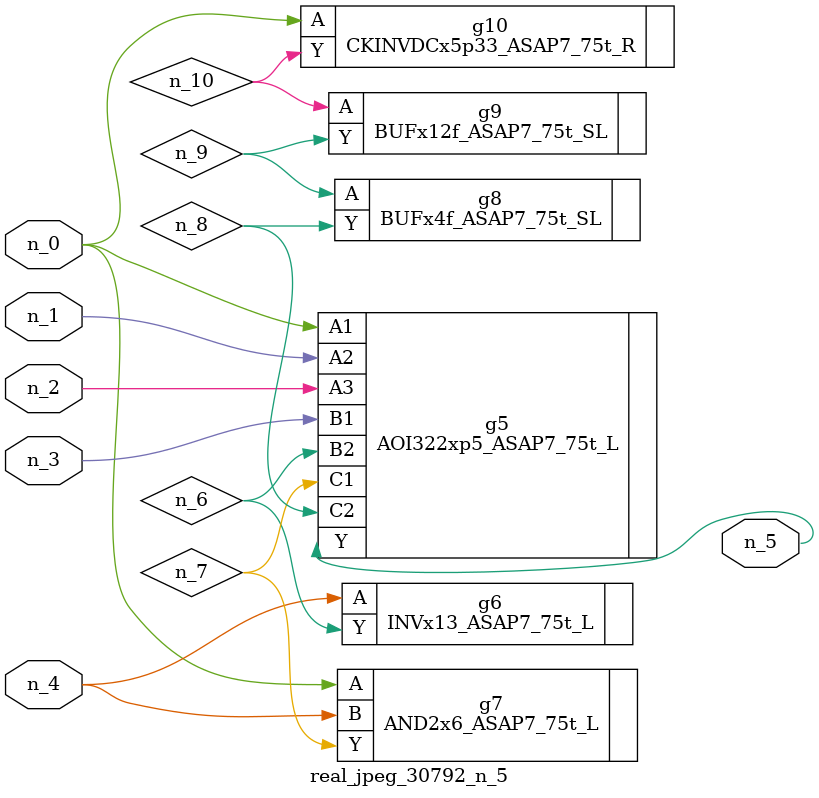
<source format=v>
module real_jpeg_30792_n_5 (n_4, n_0, n_1, n_2, n_3, n_5);

input n_4;
input n_0;
input n_1;
input n_2;
input n_3;

output n_5;

wire n_8;
wire n_6;
wire n_7;
wire n_10;
wire n_9;

AOI322xp5_ASAP7_75t_L g5 ( 
.A1(n_0),
.A2(n_1),
.A3(n_2),
.B1(n_3),
.B2(n_6),
.C1(n_7),
.C2(n_8),
.Y(n_5)
);

AND2x6_ASAP7_75t_L g7 ( 
.A(n_0),
.B(n_4),
.Y(n_7)
);

CKINVDCx5p33_ASAP7_75t_R g10 ( 
.A(n_0),
.Y(n_10)
);

INVx13_ASAP7_75t_L g6 ( 
.A(n_4),
.Y(n_6)
);

BUFx4f_ASAP7_75t_SL g8 ( 
.A(n_9),
.Y(n_8)
);

BUFx12f_ASAP7_75t_SL g9 ( 
.A(n_10),
.Y(n_9)
);


endmodule
</source>
